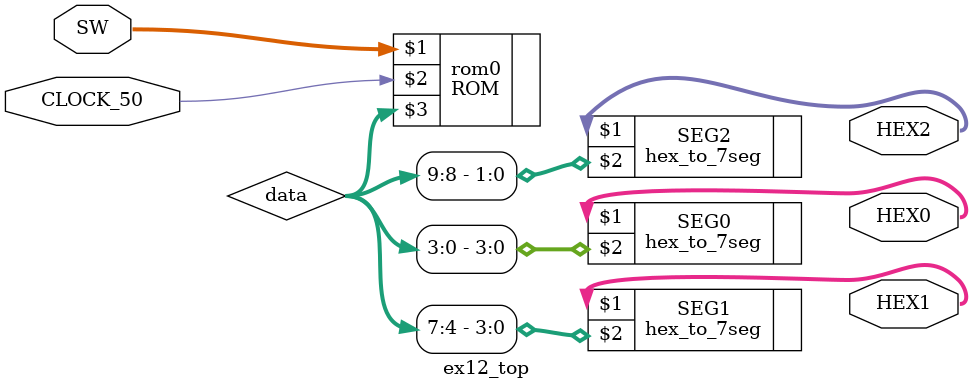
<source format=v>
module ex12_top(
	SW, CLOCK_50,
	HEX0, HEX1, HEX2
);

	input [9:0]SW;
	input CLOCK_50;
	wire [9:0]data;
	output [6:0] HEX0;
	output [6:0] HEX1;
	output [6:0] HEX2;
	
	ROM rom0 (SW[9:0], CLOCK_50, data);

	hex_to_7seg SEG0 (HEX0, data[3:0]);
	hex_to_7seg SEG1 (HEX1, data[7:4]);
	hex_to_7seg SEG2 (HEX2, data[9:8]);
	
endmodule
</source>
